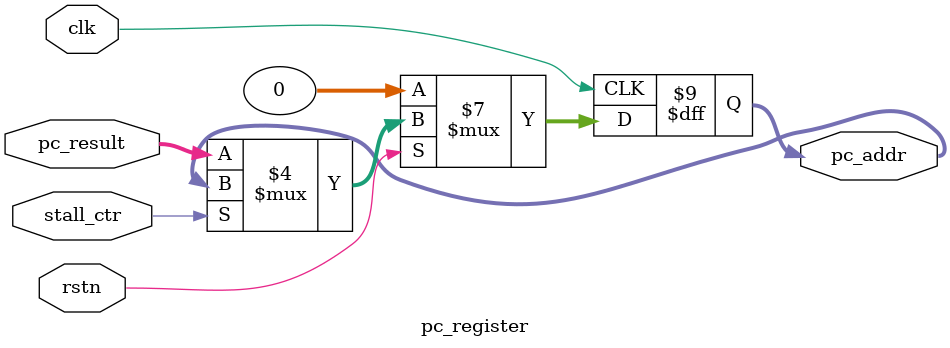
<source format=v>
`timescale 1ns / 1ps

module pc_register(
    clk,
    rstn,
    stall_ctr,
    pc_result,
    pc_addr
    );

    parameter instruction_width = 32;

    input clk, rstn, stall_ctr;
    input [instruction_width-1:0] pc_result;
    output reg [instruction_width-1:0] pc_addr;

    always @(posedge clk) begin
        if(~rstn) begin
            pc_addr <= 0;
        end
        else begin
            if (stall_ctr) pc_addr <= pc_addr;
            else pc_addr <= pc_result;
        end
    end


endmodule

</source>
